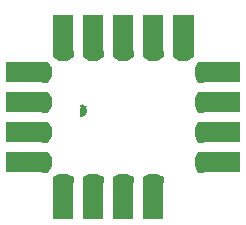
<source format=gbs>
G04 DipTrace 2.4.0.2*
%INcaptouch.gbs*%
%MOMM*%
%ADD34R,2.082X1.75*%
%ADD35R,1.65X1.75*%
%ADD36R,1.75X2.082*%
%ADD37R,1.75X1.65*%
%FSLAX53Y53*%
G04*
G71*
G90*
G75*
G01*
%LNBotMask*%
%LPD*%
D37*
X21430Y23970D3*
X18890D3*
X16350D3*
X13810D3*
G36*
X18015Y22695D2*
Y23200D1*
X19765D1*
Y22695D1*
X19221Y22415D1*
X18559D1*
X18015Y22695D1*
G37*
G36*
X20555D2*
Y23200D1*
X22305D1*
Y22695D1*
X21761Y22415D1*
X21099D1*
X20555Y22695D1*
G37*
G36*
X12935D2*
Y23200D1*
X14685D1*
Y22695D1*
X14141Y22415D1*
X13479D1*
X12935Y22695D1*
G37*
G36*
X15475D2*
Y23200D1*
X17225D1*
Y22695D1*
X16681Y22415D1*
X16019D1*
X15475Y22695D1*
G37*
D36*
X21430Y25240D3*
X18890D3*
X16350D3*
X13810D3*
D35*
X11270Y21430D3*
Y18890D3*
Y16350D3*
Y13810D3*
G36*
X12545Y18015D2*
X12040D1*
Y19765D1*
X12545D1*
X12825Y19221D1*
Y18559D1*
X12545Y18015D1*
G37*
G36*
Y20555D2*
X12040D1*
Y22305D1*
X12545D1*
X12825Y21761D1*
Y21099D1*
X12545Y20555D1*
G37*
G36*
Y12935D2*
X12040D1*
Y14685D1*
X12545D1*
X12825Y14141D1*
Y13479D1*
X12545Y12935D1*
G37*
G36*
Y15475D2*
X12040D1*
Y17225D1*
X12545D1*
X12825Y16681D1*
Y16019D1*
X12545Y15475D1*
G37*
D34*
X10000Y21430D3*
Y18890D3*
Y16350D3*
Y13810D3*
D37*
X13810Y11270D3*
X16350D3*
X18890D3*
X21430D3*
G36*
X17225Y12545D2*
Y12040D1*
X15475D1*
Y12545D1*
X16019Y12825D1*
X16681D1*
X17225Y12545D1*
G37*
G36*
X14685D2*
Y12040D1*
X12935D1*
Y12545D1*
X13479Y12825D1*
X14141D1*
X14685Y12545D1*
G37*
G36*
X22305D2*
Y12040D1*
X20555D1*
Y12545D1*
X21099Y12825D1*
X21761D1*
X22305Y12545D1*
G37*
G36*
X19765D2*
Y12040D1*
X18015D1*
Y12545D1*
X18559Y12825D1*
X19221D1*
X19765Y12545D1*
G37*
D36*
X13810Y10000D3*
X16350D3*
X18890D3*
X21430D3*
D35*
X26510Y21430D3*
Y18890D3*
Y16350D3*
Y13810D3*
G36*
X25235Y19765D2*
X25740D1*
Y18015D1*
X25235D1*
X24955Y18559D1*
Y19221D1*
X25235Y19765D1*
G37*
G36*
Y22305D2*
X25740D1*
Y20555D1*
X25235D1*
X24955Y21099D1*
Y21761D1*
X25235Y22305D1*
G37*
G36*
Y14685D2*
X25740D1*
Y12935D1*
X25235D1*
X24955Y13479D1*
Y14141D1*
X25235Y14685D1*
G37*
G36*
Y17225D2*
X25740D1*
Y15475D1*
X25235D1*
X24955Y16019D1*
Y16681D1*
X25235Y17225D1*
G37*
D34*
X27780Y13810D3*
Y16350D3*
Y18890D3*
Y21430D3*
G36*
X24845Y23145D2*
X23095D1*
Y24795D1*
X24845D1*
Y23145D1*
G37*
G36*
X23095Y22695D2*
Y23200D1*
X24845D1*
Y22695D1*
X24301Y22415D1*
X23639D1*
X23095Y22695D1*
G37*
G36*
X24845Y24215D2*
X23095D1*
Y26265D1*
X24845D1*
Y24215D1*
G37*
G36*
X15208Y17618D2*
X15399Y17647D1*
X15546Y17707D1*
X15640Y17783D1*
X15716Y17859D1*
X15780Y17972D1*
X15805Y18037D1*
X15825Y18132D1*
X15836Y18183D1*
X15841Y18266D1*
X15818Y18330D1*
X15780Y18368D1*
X15754Y18394D1*
X15742Y18458D1*
X15747Y18483D1*
X15762Y18534D1*
X15792Y18561D1*
X15711Y18661D1*
X15635Y18610D1*
X15617D1*
X15581Y18699D1*
X15526Y18711D1*
X15424Y18721D1*
X15531Y18469D1*
Y18437D1*
X15523Y18394D1*
X15500Y18384D1*
X15449Y18404D1*
X15386Y18520D1*
X15315Y18691D1*
X15264Y18666D1*
X15210Y18602D1*
X15284Y18412D1*
X15246Y18418D1*
X15208D1*
Y17618D1*
G37*
M02*

</source>
